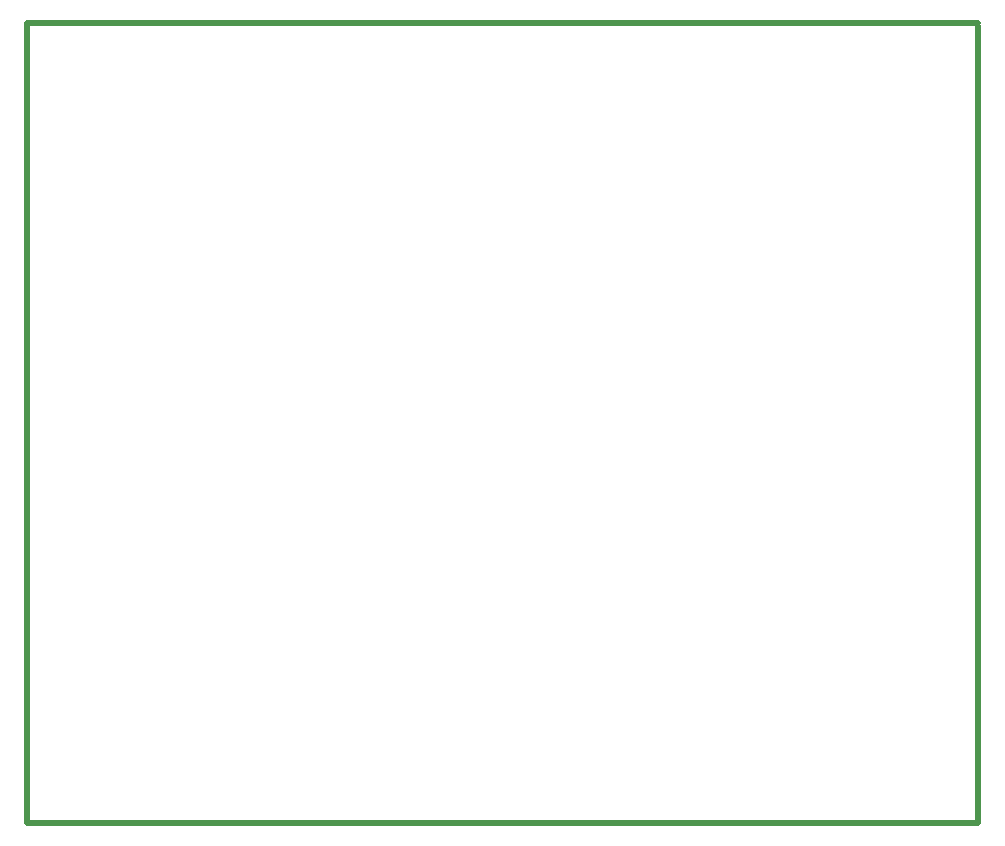
<source format=gm1>
G04*
G04 #@! TF.GenerationSoftware,Altium Limited,Altium Designer,20.0.13 (296)*
G04*
G04 Layer_Color=16711935*
%FSLAX24Y24*%
%MOIN*%
G70*
G01*
G75*
%ADD15C,0.0200*%
D15*
X31650Y0D02*
Y26550D01*
X26200Y0D02*
X31650D01*
X5650D02*
X26200D01*
X-50D02*
X5650D01*
X-50D02*
Y3150D01*
Y26650D02*
X31650D01*
X-50Y3150D02*
Y26650D01*
M02*

</source>
